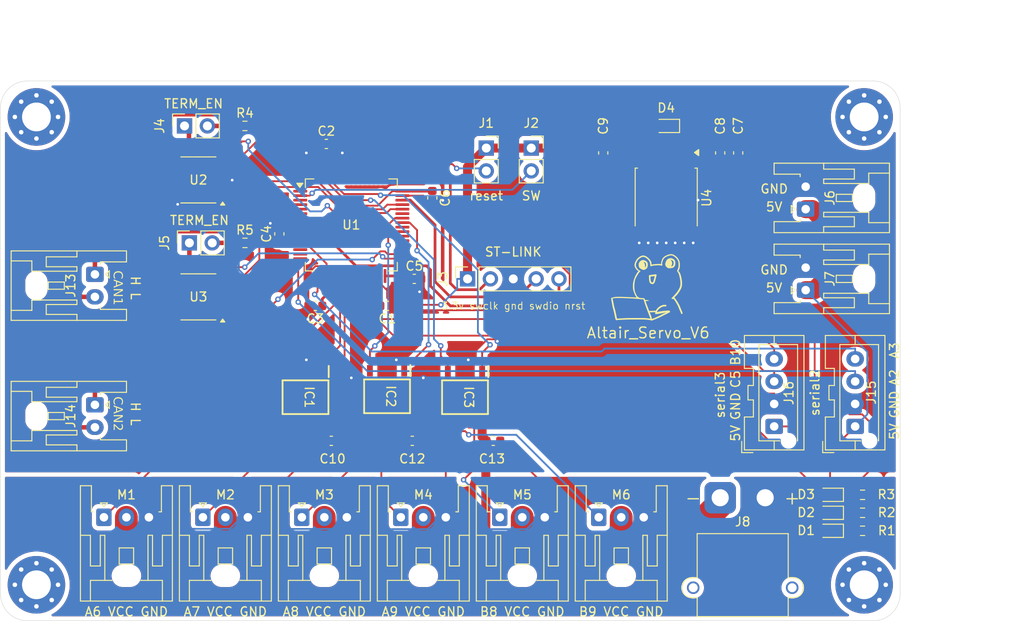
<source format=kicad_pcb>
(kicad_pcb (version 20241229) (generator "pcbnew") (generator_version "9.0")
  (layers (0 "F.Cu" signal) (2 "B.Cu" signal) (13 "F.Paste" user) (15 "B.Paste" user) (5 "F.SilkS" user "F.Silkscreen") (7 "B.SilkS" user "B.Silkscreen") (1 "F.Mask" user) (3 "B.Mask" user) (25 "Edge.Cuts" user))
  (net 0 "")
  (net 1 "Net-(U1-VCAP_1)")
  (net 2 "GND")
  (net 3 "+3.3V")
  (net 4 "+5V")
  (net 5 "Net-(D1-K)")
  (net 6 "LED")
  (net 7 "booto")
  (net 8 "SW")
  (net 9 "SWCLK")
  (net 10 "SWDIO")
  (net 11 "nrst")
  (net 12 "Net-(J4-Pin_2)")
  (net 13 "can1_H")
  (net 14 "Net-(J5-Pin_2)")
  (net 15 "can2_H")
  (net 16 "GND1")
  (net 17 "+8V")
  (net 18 "Net-(D2-K)")
  (net 19 "A6")
  (net 20 "A7")
  (net 21 "Net-(IC1-VO2_(OUTPUT_2))")
  (net 22 "Net-(IC1-VO1_(OUTPUT_1))")
  (net 23 "A9")
  (net 24 "can1_L")
  (net 25 "can2_L")
  (net 26 "serial2_tx")
  (net 27 "serial2_rx")
  (net 28 "serial3_rx")
  (net 29 "serial3_tx")
  (net 30 "Net-(IC2-VO1_(OUTPUT_1))")
  (net 31 "A8")
  (net 32 "Net-(IC2-VO2_(OUTPUT_2))")
  (net 33 "Net-(IC3-VO1_(OUTPUT_1))")
  (net 34 "B9")
  (net 35 "Net-(IC3-VO2_(OUTPUT_2))")
  (net 36 "B8")
  (net 37 "can1_tx")
  (net 48 "can1_rx")
  (net 49 "can2_tx")
  (net 59 "can2_rx")
  (net 62 "Net-(D3-K)")
  (net 63 "B14")
  (net 64 "B15")
  (footprint "Connector_JST:JST_XA_S03B-XASK-1_1x03_P2.50mm_Horizontal" (layer "F.Cu") (at 81.5 88.5)
    (property "Reference" "M1")
    (property "Value" "Motor_Servo")
  )
  (footprint "Capacitor_SMD:C_0603_1608Metric" (layer "F.Cu") (at 101 57 90)
    (property "Reference" "C4")
    (property "Value" "1uF")
  )
  (footprint "Capacitor_SMD:C_0603_1608Metric" (layer "F.Cu") (at 124.775 80)
    (property "Reference" "C13")
    (property "Value" "0.1u")
  )
  (footprint "LED_SMD:LED_0603_1608Metric" (layer "F.Cu") (at 162.2125 86 180)
    (property "Reference" "D3")
    (property "Value" "LED")
  )
  (footprint "Connector_PinSocket_2.54mm:PinSocket_1x02_P2.54mm_Vertical" (layer "F.Cu") (at 129 47.46)
    (property "Reference" "J2")
    (property "Value" "SW")
  )
  (footprint "Package_SO:SOIC-8_3.9x4.9mm_P1.27mm" (layer "F.Cu") (at 92 64 180)
    (property "Reference" "U3")
    (property "Value" "MCP2551-I-SN")
  )
  (footprint "Connector_JST:JST_XA_S02B-XASK-1_1x02_P2.50mm_Horizontal" (layer "F.Cu") (at 159.5 54.25 90)
    (property "Reference" "J6")
    (property "Value" "power" (hide yes))
  )
  (footprint "Resistor_SMD:R_0603_1608Metric" (layer "F.Cu") (at 165.825 86 180)
    (property "Reference" "R3")
    (property "Value" "1k")
  )
  (footprint "Diode_SMD:D_0603_1608Metric" (layer "F.Cu") (at 144 45 180)
    (property "Reference" "D4")
    (property "Value" "D")
  )
  (footprint "Resistor_SMD:R_0603_1608Metric" (layer "F.Cu") (at 165.825 90 180)
    (property "Reference" "R1")
    (property "Value" "1k")
  )
  (footprint "Resistor_SMD:R_0603_1608Metric" (layer "F.Cu") (at 165.825 88 180)
    (property "Reference" "R2")
    (property "Value" "1k")
  )
  (footprint "Capacitor_SMD:C_0603_1608Metric" (layer "F.Cu") (at 118 53 -90)
    (property "Reference" "C6")
    (property "Value" "1uF")
  )
  (footprint "LOGO" (layer "F.Cu") (at 143 63)
    (property "Reference" "G***" (hide yes))
    (property "Value" "LOGO" (hide yes))
  )
  (footprint "Capacitor_SMD:C_0603_1608Metric" (layer "F.Cu") (at 113 65 180)
    (property "Reference" "C1")
    (property "Value" "1uF")
  )
  (footprint "Capacitor_SMD:C_0603_1608Metric" (layer "F.Cu") (at 115.775 80)
    (property "Reference" "C12")
    (property "Value" "0.1u")
  )
  (footprint "Library:TLP2105" (layer "F.Cu") (at 117.4275 74.98 -90)
    (property "Reference" "IC2")
    (property "Value" "TLP2105_F_")
  )
  (footprint "MountingHole:MountingHole_3.2mm_M3_Pad_Via" (layer "F.Cu") (at 74 44)
    (property "Reference" "H2" (hide yes))
    (property "Value" "MountingHole" (hide yes))
  )
  (footprint "Connector_JST:JST_XA_B04B-XASK-1-A_1x04_P2.50mm_Vertical" (layer "F.Cu") (at 165 78.4 90)
    (property "Reference" "J15")
    (property "Value" "serial2")
  )
  (footprint "Capacitor_SMD:C_0603_1608Metric" (layer "F.Cu") (at 152 48 -90)
    (property "Reference" "C7")
    (property "Value" "47u")
  )
  (footprint "Connector_JST:JST_XA_S03B-XASK-1_1x03_P2.50mm_Horizontal" (layer "F.Cu") (at 125.5 88.5)
    (property "Reference" "M5")
    (property "Value" "Motor_Servo")
  )
  (footprint "Connector_PinSocket_2.54mm:PinSocket_1x02_P2.54mm_Vertical" (layer "F.Cu") (at 90.46 45 90)
    (property "Reference" "J4")
    (property "Value" "TERM_EN")
  )
  (footprint "Connector_AMASS:AMASS_XT30PW-M_1x02_P2.50mm_Horizontal" (layer "F.Cu") (at 150 86.325 180)
    (property "Reference" "J8")
    (property "Value" "power")
  )
  (footprint "Capacitor_SMD:C_0603_1608Metric" (layer "F.Cu") (at 105 65 180)
    (property "Reference" "C3")
    (property "Value" "1uF")
  )
  (footprint "Connector_JST:JST_XA_S03B-XASK-1_1x03_P2.50mm_Horizontal" (layer "F.Cu") (at 92.5 88.5)
    (property "Reference" "M2")
    (property "Value" "Motor_Servo")
  )
  (footprint "Connector_JST:JST_XA_B04B-XASK-1-A_1x04_P2.50mm_Vertical" (layer "F.Cu") (at 156 78.4 90)
    (property "Reference" "J16")
    (property "Value" "serial3")
  )
  (footprint "Connector_PinSocket_2.54mm:PinSocket_1x02_P2.54mm_Vertical" (layer "F.Cu") (at 124 47.46)
    (property "Reference" "J1")
    (property "Value" "reset")
  )
  (footprint "Package_TO_SOT_SMD:TO-252-2" (layer "F.Cu") (at 144 53 -90)
    (property "Reference" "U4")
    (property "Value" "LP2950-3.3_TO252")
  )
  (footprint "MountingHole:MountingHole_3.2mm_M3_Pad_Via" (layer "F.Cu") (at 74 96)
    (property "Reference" "H1" (hide yes))
    (property "Value" "MountingHole" (hide yes))
  )
  (footprint "Connector_PinSocket_2.54mm:PinSocket_1x02_P2.54mm_Vertical" (layer "F.Cu") (at 91 58 90)
    (property "Reference" "J5")
    (property "Value" "TERM_EN")
  )
  (footprint "Connector_JST:JST_XA_S03B-XASK-1_1x03_P2.50mm_Horizontal" (layer "F.Cu") (at 114.5 88.5)
    (property "Reference" "M4")
    (property "Value" "Motor_Servo")
  )
  (footprint "Library:TLP2105" (layer "F.Cu") (at 108.36 75.08 -90)
    (property "Reference" "IC1")
    (property "Value" "TLP2105_F_")
  )
  (footprint "MountingHole:MountingHole_3.2mm_M3_Pad_Via" (layer "F.Cu") (at 166 96)
    (property "Reference" "H4" (hide yes))
    (property "Value" "MountingHole" (hide yes))
  )
  (footprint "Package_QFP:LQFP-64_10x10mm_P0.5mm" (layer "F.Cu") (at 109 56)
    (property "Reference" "U1")
    (property "Value" "STM32F446RETx")
  )
  (footprint "Capacitor_SMD:C_0603_1608Metric" (layer "F.Cu") (at 106.225 47)
    (property "Reference" "C2")
    (property "Value" "1uF")
  )
  (footprint "Connector_JST:JST_XA_S02B-XASK-1_1x02_P2.50mm_Horizontal" (layer "F.Cu") (at 80.5 76 -90)
    (property "Reference" "J14")
    (property "Value" "CAN2" (hide yes))
  )
  (footprint "LED_SMD:LED_0603_1608Metric" (layer "F.Cu") (at 162.2125 88 180)
    (property "Reference" "D2")
    (property "Value" "LED")
  )
  (footprint "Capacitor_SMD:C_0603_1608Metric" (layer "F.Cu") (at 150 48 -90)
    (property "Reference" "C8")
    (property "Value" "0.1u")
  )
  (footprint "Connector_JST:JST_XA_S03B-XASK-1_1x03_P2.50mm_Horizontal" (layer "F.Cu") (at 103.5 88.5)
    (property "Reference" "M3")
    (property "Value" "Motor_Servo")
  )
  (footprint "Connector_PinSocket_2.54mm:PinSocket_1x05_P2.54mm_Vertical" (layer "F.Cu") (at 121.92 62 90)
    (property "Reference" "J3")
    (property "Value" "ST-LINK")
  )
  (footprint "Capacitor_SMD:C_0603_1608Metric" (layer "F.Cu") (at 106.775 80)
    (property "Reference" "C10")
    (property "Value" "0.1u")
  )
  (footprint "Connector_JST:JST_XA_S02B-XASK-1_1x02_P2.50mm_Horizontal" (layer "F.Cu") (at 80.5 61.5 -90)
    (property "Reference" "J13")
    (property "Value" "CAN1" (hide yes))
  )
  (footprint "Library:TLP2105" (layer "F.Cu") (at 126.09 75.08 -90)
    (property "Reference" "IC3")
    (property "Value" "TLP2105_F_")
  )
  (footprint "Connector_JST:JST_XA_S03B-XASK-1_1x03_P2.50mm_Horizontal" (layer "F.Cu") (at 136.5 88.5)
    (property "Reference" "M6")
    (property "Value" "Motor_Servo")
  )
  (footprint "Resistor_SMD:R_0603_1608Metric" (layer "F.Cu") (at 97.175 58)
    (property "Reference" "R5")
    (property "Value" "120")
  )
  (footprint "Package_SO:SOIC-8_3.9x4.9mm_P1.27mm" (layer "F.Cu") (at 92 51 180)
    (property "Reference" "U2")
    (property "Value" "MCP2551-I-SN")
  )
  (footprint "LED_SMD:LED_0603_1608Metric" (layer "F.Cu") (at 162.2125 90 180)
    (property "Reference" "D1")
    (property "Value" "LED")
  )
  (footprint "Capacitor_SMD:C_0603_1608Metric" (layer "F.Cu") (at 137 48 -90)
    (property "Reference" "C9")
    (property "Value" "47u")
  )
  (footprint "Connector_JST:JST_XA_S02B-XASK-1_1x02_P2.50mm_Horizontal" (layer "F.Cu") (at 159.5 63.25 90)
    (property "Reference" "J7")
    (property "Value" "power" (hide yes))
  )
  (footprint "Capacitor_SMD:C_0603_1608Metric" (layer "F.Cu") (at 116 62)
    (property "Reference" "C5")
    (property "Value" "1uF")
  )
  (footprint "MountingHole:MountingHole_3.2mm_M3_Pad_Via" (layer "F.Cu") (at 166 44)
    (property "Reference" "H3" (hide yes))
    (property "Value" "MountingHole" (hide yes))
  )
  (footprint "Resistor_SMD:R_0603_1608Metric" (layer "F.Cu") (at 97.175 45)
    (property "Reference" "R4")
    (property "Value" "120")
  )
  (gr_line (start 73 40) (end 167 40) (stroke (width 0.05)) (layer "Edge.Cuts"))
  (gr_arc (start 70 43) (mid 70.87868 40.87868) (end 73 40) (stroke (width 0.05)) (layer "Edge.Cuts"))
  (gr_arc (start 167 40) (mid 169.12132 40.87868) (end 170 43) (stroke (width 0.05)) (layer "Edge.Cuts"))
  (gr_arc (start 170 97) (mid 169.12132 99.12132) (end 167 100) (stroke (width 0.05)) (layer "Edge.Cuts"))
  (gr_arc (start 73 100) (mid 70.87868 99.12132) (end 70 97) (stroke (width 0.05)) (layer "Edge.Cuts"))
  (gr_line (start 170 43) (end 170 97) (stroke (width 0.05)) (layer "Edge.Cuts"))
  (gr_line (start 167 100) (end 73 100) (stroke (width 0.05)) (layer "Edge.Cuts"))
  (gr_line (start 70 97) (end 70 43) (stroke (width 0.05)) (layer "Edge.Cuts"))
  (gr_text "5V" (at 156 54 0) (layer "F.SilkS") (effects (font (size 1 1))))
  (gr_text "GND" (at 169.356733 75.962407 90) (layer "F.SilkS") (effects (font (size 1 1))))
  (gr_text "H L" (at 85 77 270) (layer "F.SilkS") (effects (font (size 1 1))))
  (gr_text "C5" (at 151.703765 73.154375 90) (layer "F.SilkS") (effects (font (size 1 1))))
  (gr_text "Altair_Servo_V6" (at 142 68 0) (layer "F.SilkS") (effects (font (size 1.2 1.2))))
  (gr_text "A2" (at 169.356733 72.962407 90) (layer "F.SilkS") (effects (font (size 1 1))))
  (gr_text "A7 VCC GND" (at 95 99 0) (layer "F.SilkS") (effects (font (size 1 1))))
  (gr_text "GND" (at 156 52 0) (layer "F.SilkS") (effects (font (size 1 1))))
  (gr_text "5V" (at 155.99 63 0) (layer "F.SilkS") (effects (font (size 1 1))))
  (gr_text "GND" (at 151.703765 76.154375 90) (layer "F.SilkS") (effects (font (size 1 1))))
  (gr_text "GND" (at 155.99 61 0) (layer "F.SilkS") (effects (font (size 1 1))))
  (gr_text "CAN2" (at 83 77 270) (layer "F.SilkS") (effects (font (size 1 1) (thickness 0.1))))
  (gr_text "B8 VCC GND" (at 128 99 0) (layer "F.SilkS") (effects (font (size 1 1))))
  (gr_text "CAN1" (at 83 63 270) (layer "F.SilkS") (effects (font (size 1 1) (thickness 0.1))))
  (gr_text "H L" (at 85 63 270) (layer "F.SilkS") (effects (font (size 1 1))))
  (gr_text "A8 VCC GND" (at 106 99 0) (layer "F.SilkS") (effects (font (size 1 1))))
  (gr_text "A9 VCC GND" (at 117 99 0) (layer "F.SilkS") (effects (font (size 1 1))))
  (gr_text "A3" (at 169.356733 69.962407 90) (layer "F.SilkS") (effects (font (size 1 1))))
  (gr_text "3.3v swclk gnd swdio nrst" (at 127 65 0) (layer "F.SilkS") (effects (font (size 0.8 0.8) (thickness 0.1))))
  (gr_text "B10" (at 151.703765 70.154375 90) (layer "F.SilkS") (effects (font (size 1 1))))
  (gr_text "5V" (at 169.356733 78.962407 90) (layer "F.SilkS") (effects (font (size 1 1))))
  (gr_text "B9 VCC GND" (at 139 99 0) (layer "F.SilkS") (effects (font (size 1 1))))
  (gr_text "5V" (at 151.703765 79.154375 90) (layer "F.SilkS") (effects (font (size 1 1))))
  (gr_text "A6 VCC GND" (at 84 99 0) (layer "F.SilkS") (effects (font (size 1 1))))
  (segment (start 111.75 62.75) (end 112.225 63.225) (width 0.3) (layer "F.Cu") (net 1))
  (segment (start 112.225 63.225) (end 112.225 65) (width 0.3) (layer "F.Cu") (net 1))
  (segment (start 111.75 61.675) (end 111.75 62.75) (width 0.3) (layer "F.Cu") (net 1))
  (segment (start 118.5026 53.2724) (end 118 53.775) (width 0.2) (layer "F.Cu") (net 2))
  (segment (start 105.0178 60.5829) (end 104.225 61.3757) (width 0.2) (layer "F.Cu") (net 2))
  (segment (start 124.1138 68.7149) (end 122 70.8287) (width 0.2) (layer "F.Cu") (net 2))
  (segment (start 112.3375 71.2749) (end 113.6075 71.2749) (width 0.2) (layer "F.Cu") (net 2))
  (segment (start 131.2261 65.4839) (end 133.2687 63.4413) (width 0.2) (layer "F.Cu") (net 2))
  (segment (start 156 75.9) (end 156 74.7499) (width 0.2) (layer "F.Cu") (net 2))
  (segment (start 114 71) (end 113.7251 71.2749) (width 0.2) (layer "F.Cu") (net 2))
  (segment (start 113.6075 72.2) (end 113.6075 71.2749) (width 0.2) (layer "F.Cu") (net 2))
  (segment (start 153.3251 73.2251) (end 122.27 73.2251) (width 0.2) (layer "F.Cu") (net 2))
  (segment (start 156 74.7499) (end 154.8499 74.7499) (width 0.2) (layer "F.Cu") (net 2))
  (segment (start 121 72.3) (end 121 71.3749) (width 0.2) (layer "F.Cu") (net 2))
  (segment (start 93.1992 66.313) (end 93.1992 65.905) (width 0.2) (layer "F.Cu") (net 2))
  (segment (start 150 48.775) (end 152 48.775) (width 0.2) (layer "F.Cu") (net 2))
  (segment (start 105.75 49.516176) (end 107.266176 48) (width 0.2) (layer "F.Cu") (net 2))
  (segment (start 95.1453 51.635) (end 95.758 51.0223) (width 0.2) (layer "F.Cu") (net 2))
  (segment (start 104.1709 66.4972) (end 104.1104 66.5577) (width 0.2) (layer "F.Cu") (net 2))
  (segment (start 122.27 73.125) (end 122.27 73.2251) (width 0.2) (layer "F.Cu") (net 2))
  (segment (start 93.1992 65.5265) (end 94.0907 64.635) (width 0.2) (layer "F.Cu") (net 2))
  (segment (start 131.8209 57.1791) (end 134.74 54.26) (width 0.2) (layer "F.Cu") (net 2))
  (segment (start 103.27 72.3) (end 103.27 71.3749) (width 0.2) (layer "F.Cu") (net 2))
  (segment (start 104.225 65) (end 104.225 66.4431) (width 0.2) (layer "F.Cu") (net 2))
  (segment (start 101 56.2376) (end 101 56.225) (width 0.2) (layer "F.Cu") (net 2))
  (segment (start 122.27 72.3) (end 122.27 73.125) (width 0.2) (layer "F.Cu") (net 2))
  (segment (start 105.5407 60.5829) (end 105.0178 60.5829) (width 0.2) (layer "F.Cu") (net 2))
  (segment (start 93.4439 66.5577) (end 93.1992 66.313) (width 0.2) (layer "F.Cu") (net 2))
  (segment (start 94.0907 64.635) (end 94.475 64.635) (width 0.2) (layer "F.Cu") (net 2))
  (segment (start 113.775 65) (end 114.2589 65.4839) (width 0.2) (layer "F.Cu") (net 2))
  (segment (start 104 71) (end 104 71.3749) (width 0.2) (layer "F.Cu") (net 2))
  (segment (start 109.1251 73.1251) (end 113.6075 73.1251) (width 0.2) (layer "F.Cu") (net 2))
  (segment (start 154.8499 74.7499) (end 153.3251 73.2251) (width 0.2) (layer "F.Cu") (net 2))
  (segment (start 105.75 60.7922) (end 105.5407 60.5829) (width 0.2) (layer "F.Cu") (net 2))
  (segment (start 102.5124 57.75) (end 101 56.2376) (width 0.2) (layer "F.Cu") (net 2))
  (segment (start 166.175 75.9) (end 165 75.9) (width 0.2) (layer "F.Cu") (net 2))
  (segment (start 109 73) (end 109.1251 73.1251) (width 0.2) (layer "F.Cu") (net 2))
  (segment (start 166.65 86) (end 168.176 84.4738) (width 0.2) (layer "F.Cu") (net 2))
  (segment (start 128.95 60.05) (end 127 62) (width 0.2) (layer "F.Cu") (net 2))
  (segment (start 116.975 52.75) (end 118 53.775) (width 0.2) (layer "F.Cu") (net 2))
  (segment (start 104.225 66.4431) (end 104.1709 66.4972) (width 0.2) (layer "F.Cu") (net 2))
  (segment (start 131.8209 60.05) (end 131.8209 57.1791) (width 0.2) (layer "F.Cu") (net 2))
  (segment (start 103.27 71.3749) (end 104 71.3749) (width 0.2) (layer "F.Cu") (net 2))
  (segment (start 114.2589 65.4839) (end 131.2261 65.4839) (width 0.2) (layer "F.Cu") (net 2))
  (segment (start 158.25 51.75) (end 154.975 51.75) (width 0.2) (layer "F.Cu") (net 2))
  (segment (start 105.75 50.325) (end 105.75 50.25) (width 0.2) (layer "F.Cu") (net 2))
  (segment (start 122.27 72.3) (end 122.27 71.3749) (width 0.2) (layer "F.Cu") (net 2))
  (segment (start 105.75 61.675) (end 105.75 60.7922) (width 0.2) (layer "F.Cu") (net 2))
  (segment (start 100.5987 55.8237) (end 101 56.225) (width 0.2) (layer "F.Cu") (net 2))
  (segment (start 89.525 52.905) (end 89.525 53.538) (width 0.2) (layer "F.Cu") (net 2))
  (segment (start 104.54 72.3) (end 104.54 71.3749) (width 0.2) (layer "F.Cu") (net 2))
  (segment (start 133.2687 63.4413) (end 133.2687 61.4978) (width 0.2) (layer "F.Cu") (net 2))
  (segment (start 122.27 71.27) (end 122.27 71.3749) (width 0.2) (layer "F.Cu") (net 2))
  (segment (start 104.1104 66.5577) (end 93.4439 66.5577) (width 0.2) (layer "F.Cu") (net 2))
  (segment (start 113.6075 72.2) (end 113.6075 73.1251) (width 0.2) (layer "F.Cu") (net 2))
  (segment (start 119.163 53.2724) (end 118.5026 53.2724) (width 0.2) (layer "F.Cu") (net 2))
  (segment (start 154.975 51.75) (end 152 48.775) (width 0.2) (layer "F.Cu") (net 2))
  (segment (start 113.7251 71.2749) (end 113.6075 71.2749) (width 0.2) (layer "F.Cu") (net 2))
  (segment (start 133.2687 61.4978) (end 131.8209 60.05) (width 0.2) (layer "F.Cu") (net 2))
  (segment (start 105.75 50.25) (end 105.799 50.201) (width 0.2) (layer "F.Cu") (net 2))
  (segment (start 94.475 51.635) (end 95.1453 51.635) (width 0.2) (layer "F.Cu") (net 2))
  (segment (start 159.5 60.75) (end 157.75 60.75) (width 2) (layer "F.Cu") (net 2))
  (segment (start 105.75 50.325) (end 105.75 49.516176) (width 0.2) (layer "F.Cu") (net 2))
  (segment (start 103.325 57.75) (end 102.5124 57.75) (width 0.2) (layer "F.Cu") (net 2))
  (segment (start 122.27 73.2251) (end 117.2251 73.2251) (width 0.2) (layer "F.Cu") (net 2))
  (segment (start 112.25 62.547) (end 113.775 64.072) (width 0.2) (layer "F.Cu") (net 2))
  (segment (start 116.8749 73.1251) (end 113.6075 73.1251) (width 0.2) (layer "F.Cu") (net 2))
  (segment (start 156 59) (end 156 54) (width 2) (layer "F.Cu") (net 2))
  (segment (start 137 54.26) (end 144 54.26) (width 0.2) (layer "F.Cu") (net 2))
  (segment (start 125.2351 68.9336) (end 125.0164 68.7149) (width 0.2) (layer "F.Cu") (net 2))
  (segment (start 131.8209 60.05) (end 128.95 60.05) (width 0.2) (layer "F.Cu") (net 2))
  (segment (start 104.225 61.3757) (end 104.225 65) (width 0.2) (layer "F.Cu") (net 2))
  (segment (start 166.65 90) (end 166.65 88) (width 0.2) (layer "F.Cu") (net 2))
  (segment (start 99.9972 55.8237) (end 100.5987 55.8237) (width 0.2) (layer "F.Cu") (net 2))
  (segment (start 168.176 84.4738) (end 168.176 77.9012) (width 0.2) (layer "F.Cu") (net 2))
  (segment (start 117.2251 73.2251) (end 117 73) (width 0.2) (layer "F.Cu") (net 2))
  (segment (start 122 70.8287) (end 122 71) (width 0.2) (layer "F.Cu") (net 2))
  (segment (start 93.1992 65.905) (end 93.1992 65.5265) (width 0.2) (layer "F.Cu") (net 2))
  (segment (start 104 71.3749) (end 104.54 71.3749) (width 0.2) (layer "F.Cu") (net 2))
  (segment (start 89.525 53.538) (end 89.699 53.712) (width 0.2) (layer "F.Cu") (net 2))
  (segment (start 112.3375 72.2) (end 112.3375 71.2749) (width 0.2) (layer "F.Cu") (net 2))
  (segment (start 134.74 54.26) (end 137 54.26) (width 0.2) (layer "F.Cu") (net 2))
  (segment (start 125.0164 68.7149) (end 124.1138 68.7149) (width 0.2) (layer "F.Cu") (net 2))
  (segment (start 114.675 52.75) (end 116.975 52.75) (width 0.2) (layer "F.Cu") (net 2))
  (segment (start 145.0181 53.2419) (end 144 54.26) (width 0.2) (layer "F.Cu") (net 2))
  (segment (start 158.25 51.75) (end 159.5 51.75) (width 2) (layer "F.Cu") (net 2))
  (segment (start 168.176 77.9012) (end 166.175 75.9) (width 0.2) (layer "F.Cu") (net 2))
  (segment (start 166.65 88) (end 166.65 86) (width 0.2) (layer "F.Cu") (net 2))
  (segment (start 157.75 60.75) (end 156 59) (width 2) (layer "F.Cu") (net 2))
  (segment (start 122 71) (end 122.27 71.27) (width 0.2) (layer "F.Cu") (net 2))
  (segment (start 107.266176 48) (end 108 48) (width 0.2) (layer "F.Cu") (net 2))
  (segment (start 112.25 61.675) (end 112.25 62.547) (width 0.2) (layer "F.Cu") (net 2))
  (segment (start 147.5355 53.2419) (end 145.0181 53.2419) (width 0.2) (layer "F.Cu") (net 2))
  (segment (start 156 54) (end 158.25 51.75) (width 2) (layer "F.Cu") (net 2))
  (segment (start 113.775 64.072) (end 113.775 65) (width 0.2) (layer "F.Cu") (net 2))
  (segment (start 137 54.26) (end 137 48.775) (width 0.2) (layer "F.Cu") (net 2))
  (segment (start 121 71.3749) (end 122.27 71.3749) (width 0.2) (layer "F.Cu") (net 2))
  (segment (start 117 73) (end 116.8749 73.1251) (width 0.2) (layer "F.Cu") (net 2))
  (segment (start 93.1992 65.905) (end 89.525 65.905) (width 0.2) (layer "F.Cu") (net 2))
  (via (at 116.583165 63.432349) (size 0.6) (drill 0.3) (layers "F.Cu" "B.Cu") (net 2))
  (via (at 141 58) (size 0.6) (drill 0.3) (layers "F.Cu" "B.Cu") (net 2))
  (via (at 89.699 53.712) (size 0.6) (drill 0.3) (layers "F.Cu" "B.Cu") (net 2))
  (via (at 104.1709 66.4972) (size 0.6) (drill 0.3) (layers "F.Cu" "B.Cu") (net 2))
  (via (at 114 71) (size 0.6) (drill 0.3) (layers "F.Cu" "B.Cu") (net 2))
  (via (at 104 48) (size 0.6) (drill 0.3) (layers "F.Cu" "B.Cu") (net 2))
  (via (at 125.2351 68.9336) (size 0.6) (drill 0.3) (layers "F.Cu" "B.Cu") (net 2))
  (via (at 99.9972 55.8237) (size 0.6) (drill 0.3) (layers "F.Cu" "B.Cu") (net 2))
  (via (at 109 73) (size 0.6) (drill 0.3) (layers "F.Cu" "B.Cu") (net 2))
  (via (at 145 58) (size 0.6) (drill 0.3) (layers "F.Cu" "B.Cu") (net 2))
  (via (at 108 48) (size 0.6) (drill 0.3) (layers "F.Cu" "B.Cu") (net 2))
  (via (at 146 58) (size 0.6) (drill 0.3) (layers "F.Cu" "B.Cu") (net 2))
  (via (at 147 58) (size 0.6) (drill 0.3) (layers "F.Cu" "B.Cu") (net 2))
  (via (at 104 71) (size 0.6) (drill 0.3) (layers "F.Cu" "B.Cu") (net 2))
  (via (at 117 73) (size 0.6) (drill 0.3) (layers "F.Cu" "B.Cu") (net 2))
  (via (at 122 71) (size 0.6) (drill 0.3) (layers "F.Cu" "B.Cu") (net 2))
  (via (at 147.5355 53.2419) (size 0.6) (drill 0.3) (layers "F.Cu" "B.Cu") (net 2))
  (via (at 119.163 53.2724) (size 0.6) (drill 0.3) (layers "F.Cu" "B.Cu") (net 2))
  (via (at 143 58) (size 0.6) (drill 0.3) (layers "F.Cu" "B.Cu") (net 2))
  (via (at 95.758 51.0223) (size 0.6) (drill 0.3) (layers "F.Cu" "B.Cu") (net 2))
  (via (at 142 58) (size 0.6) (drill 0.3) (layers "F.Cu" "B.Cu") (net 2))
  (via (at 144 58) (size 0.6) (drill 0.3) (layers "F.Cu" "B.Cu") (net 2))
  (segment (start 96.4968 60.9713) (end 96.4968 59.0329) (width 0.2) (layer "B.Cu") (net 2))
  (segment (start 109 73) (end 106.1709 73) (width 0.2) (layer "B.Cu") (net 2))
  (segment (start 92.1221 54.6582) (end 95.758 51.0223) (width 0.2) (layer "B.Cu") (net 2))
  (segment (start 119.163 53.2724) (end 119.163 54.4621) (width 0.2) (layer "B.Cu") (net 2))
  (segment (start 165 75.9) (end 156 75.9) (width 0.2) (layer "B.Cu") (net 2))
  (segment (start 159.5 51.75) (end 149.0274 51.75) (width 0.2) (layer "B.Cu") (net 2))
  (segment (start 104.1709 71) (end 104.1709 66.4972) (width 0.2) (layer "B.Cu") (net 2))
  (segment (start 91.1759 53.712) (end 92.1221 54.6582) (width 0.2) (layer "B.Cu") (net 2))
  (segment (start 89.699 53.712) (end 91.1759 53.712) (width 0.2) (layer "B.Cu") (net 2))
  (segment (start 96.788 59.0329) (end 96.4968 59.0329) (width 0.2) (layer "B.Cu") (net 2))
  (segment (start 126.7009 67.4678) (end 125.2351 68.9336) (width 0.2) (layer "B.Cu") (net 2))
  (segment (start 119.163 54.4621) (end 126.7009 62) (width 0.2) (layer "B.Cu") (net 2))
  (segment (start 127 62) (end 126.7009 62) (width 0.2) (layer "B.Cu") (net 2))
  (segment (start 104.1709 66.4972) (end 102.0227 66.4972) (width 0.2) (layer "B.Cu") (net 2))
  (segment (start 106.1709 73) (end 104.1709 71) (width 0.2) (layer "B.Cu") (net 2))
  (segment (start 149.0274 51.75) (end 147.5355 53.2419) (width 0.2) (layer "B.Cu") (net 2))
  (segment (start 104.1709 71) (end 104 71) (width 0.2) (layer "B.Cu") (net 2))
  (segment (start 96.4968 59.0329) (end 92.1221 54.6582) (width 0.2) (layer "B.Cu") (net 2))
  (segment (start 126.7009 62) (end 126.7009 67.4678) (width 0.2) (layer "B.Cu") (net 2))
  (segment (start 99.9972 55.8237) (end 96.788 59.0329) (width 0.2) (layer "B.Cu") (net 2))
  (segment (start 102.0227 66.4972) (end 96.4968 60.9713) (width 0.2) (layer "B.Cu") (net 2))
  (segment (start 165.453 90.8076) (end 160.938 90.8076) (width 0.2) (layer "F.Cu") (net 3))
  (segment (start 160.5 73.1801) (end 164.37 77.0502) (width 0.2) (layer "F.Cu") (net 3))
  (segment (start 165.825 84.1002) (end 165.825 90.4354) (width 0.2) (layer "F.Cu") (net 3))
  (segment (start 106.25 60.311) (end 106.25 61.675) (width 0.2) (layer "F.Cu") (net 3))
  (segment (start 164.37 77.0502) (end 165.773 77.0502) (width 0.2) (layer "F.Cu") (net 3))
  (segment (start 103.325 58.25) (end 104.189 58.25) (width 0.2) (layer "F.Cu") (net 3))
  (segment (start 167.157 82.2185) (end 167.157 82.7685) (width 0.2) (layer "F.Cu") (net 3))
  (segment (start 119.9559 46) (end 106.45 46) (width 0.2) (layer "F.Cu") (net 3))
  (segment (start 129 47.46) (end 137 47.46) (width 1) (layer "F.Cu") (net 3))
  (segment (start 94.5159 54.5841) (end 97.8091 54.5841) (width 0.2) (layer "F.Cu") (net 3))
  (segment (start 105.775 64.225) (end 105.775 65) (width 0.3) (layer "F.Cu") (net 3))
  (segment (start 160.662 88.7635) (end 161.425 88) (width 0.2) (layer "F.Cu") (net 3))
  (segment (start 112.75 61.675) (end 114.9 61.675) (width 0.3) (layer "F.Cu") (net 3))
  (segment (start 165.773 77.0502) (end 167.775 79.0524) (width 0.2) (layer "F.Cu") (net 3))
  (segment (start 101.475 58.25) (end 101 57.775) (width 0.3) (layer "F.Cu") (net 3))
  (segment (start 143.212 45) (end 143.212 45.3666) (width 1) (layer "F.Cu") (net 3))
  (segment (start 95.5164 52.27) (end 93.4741 52.27) (width 0.2) (layer "F.Cu") (net 3))
  (segment (start 137 47.225) (end 137 47.46) (width 0.2) (layer "F.Cu") (net 3))
  (segment (start 105.25 50.325) (end 105.25 51.1445) (width 0.2) (layer "F.Cu") (net 3))
  (segment (start 148.27 53.109) (end 149.525 54.364) (width 0.2) (layer "F.Cu") (net 3))
  (segment (start 106.25 63.75) (end 105.775 64.225) (width 0.3) (layer "F.Cu") (net 3))
  (segment (start 143.212 46.4675) (end 142.794 46.8859) (width 1) (layer "F.Cu") (net 3))
  (segment (start 167.775 81.6) (end 167.157 82.2185) (width 0.2) (layer "F.Cu") (net 3))
  (segment (start 149.525 54.364) (end 149.525 56.8004) (width 0.2) (layer "F.Cu") (net 3))
  (segment (start 122.708 48.7521) (end 124 47.46) (width 1) (layer "F.Cu") (net 3))
  (segment (start 118.956 64.8798) (end 115.8798 64.8798) (width 0.2) (layer "F.Cu") (net 3))
  (segment (start 105.25 51.1445) (end 107.966 53.8601) (width 0.2) (layer "F.Cu") (net 3))
  (segment (start 106.25 61.675) (end 106.25 63.75) (width 0.3) (layer "F.Cu") (net 3))
  (segment (start 97.8091 54.5841) (end 101 57.775) (width 0.2) (layer "F.Cu") (net 3))
  (segment (start 114.9 61.675) (end 115.225 62) (width 0.3) (layer "F.Cu") (net 3))
  (segment (start 167.775 79.0524) (end 167.775 81.6) (width 0.2) (layer "F.Cu") (net 3))
  (segment (start 93.4741 52.27) (end 93.1888 52.5553) (width 0.2) (layer "F.Cu") (net 3))
  (segment (start 96.6419 51.1445) (end 95.5164 52.27) (width 0.2) (layer "F.Cu") (net 3))
  (segment (start 143.212 45.3666) (end 143.212 45.7332) (width 1) (layer "F.Cu") (net 3))
  (segment (start 160.662 90.5313) (end 160.662 88.7635) (width 0.2) (layer "F.Cu") (net 3))
  (segment (start 143.212 45.7337) (end 143.212 45.7332) (width 0.2) (layer "F.Cu") (net 3))
  (segment (start 143.212 45.7337) (end 143.212 46.4675) (width 1) (layer "F.Cu") (net 3))
  (segment (start 143.212 45.7332) (end 143.212 45.3666) (width 0.2) (layer "F.Cu") (net 3))
  (segment (start 113.548 52.25) (end 114.675 52.25) (width 0.2) (layer "F.Cu") (net 3))
  (segment (start 146.169 50.05) (end 148.27 52.151) (width 0.2) (layer "F.Cu") (net 3))
  (segment (start 145.958 50.05) (end 146.169 50.05) (width 0.2) (layer "F.Cu") (net 3))
  (segment (start 106.45 46) (end 105.45 47) (width 0.2) (layer "F.Cu") (net 3))
  (segment (start 165.825 90.4354) (end 165.453 90.8076) (width 0.2) (layer "F.Cu") (net 3))
  (segment (start 111.938 53.8601) (end 113.548 52.25) (width 0.2) (layer "F.Cu") (net 3))
  (segment (start 114.675 52.25) (end 117.975 52.25) (width 0.3) (layer "F.Cu") (net 3))
  (segment (start 115.225 64.225) (end 115.225 62) (width 0.2) (layer "F.Cu") (net 3))
  (segment (start 105.25 47.2) (end 105.45 47) (width 0.2) (layer "F.Cu") (net 3))
  (segment (start 103.325 58.25) (end 101.475 58.25) (width 0.3) (layer "F.Cu") (net 3))
  (segment (start 141.22 47.46) (end 141.72 47.96) (width 1) (layer "F.Cu") (net 3))
  (segment (start 117.975 52.25) (end 118 52.225) (width 0.3) (layer "F.Cu") (net 3))
  (segment (start 104.189 58.25) (end 106.25 60.311) (width 0.2) (layer "F.Cu") (net 3))
  (segment (start 105.25 51.1445) (end 96.6419 51.1445) (width 0.2) (layer "F.Cu") (net 3))
  (segment (start 143.2125 45.3661) (end 143.2125 45) (width 0.2) (layer "F.Cu") (net 3))
  (segment (start 124 47.46) (end 129 47.46) (width 1) (layer "F.Cu") (net 3))
  (segment (start 93.1888 53.257) (end 94.5159 54.5841) (width 0.2) (layer "F.Cu") (net 3))
  (segment (start 143.212 45.3666) (end 143.212 45) (width 0.2) (layer "F.Cu") (net 3))
  (segment (start 142.794 46.8859) (end 145.958 50.05) (width 0.2) (layer "F.Cu") (net 3))
  (segment (start 93.1888 52.5553) (end 93.1888 53.257) (width 0.2) (layer "F.Cu") (net 3))
  (segment (start 142.794 46.8859) (end 141.72 47.96) (width 1) (layer "F.Cu") (net 3))
  (segment (start 149.525 56.8004) (end 160.5 67.775) (width 0.2) (layer "F.Cu") (net 3))
  (segment (start 107.966 53.8601) (end 111.938 53.8601) (width 0.2) (layer "F.Cu") (net 3))
  (segment (start 167.157 82.7685) (end 165.825 84.1002) (width 0.2) (layer "F.Cu") (net 3))
  (segment (start 160.5 67.775) (end 160.5 73.1801) (width 0.2) (layer "F.Cu") (net 3))
  (segment (start 143.212 45.3666) (end 143.2125 45.3661) (width 0.2) (layer "F.Cu") (net 3))
  (segment (start 121.92 49.54) (end 122.708 48.7521) (width 1) (layer "F.Cu") (net 3))
  (segment (start 160.938 90.8076) (end 160.662 90.5313) (width 0.2) (layer "F.Cu") (net 3))
  (segment (start 121.92 62) (end 121.92 49.54) (width 1) (layer "F.Cu") (net 3))
  (segment (start 143.212 45.7332) (end 143.212 45.7337) (width 1) (layer "F.Cu") (net 3))
  (segment (start 148.27 52.151) (end 148.27 53.109) (width 0.2) (layer "F.Cu") (net 3))
  (segment (start 115.8798 64.8798) (end 115.225 64.225) (width 0.2) (layer "F.Cu") (net 3))
  (segment (start 122.708 48.7521) (end 119.9559 46) (width 0.2) (layer "F.Cu") (net 3))
  (segment (start 137 47.46) (end 141.22 47.46) (width 1) (layer "F.Cu") (net 3))
  (segment (start 105.25 50.325) (end 105.25 47.2) (width 0.2) (layer "F.Cu") (net 3))
  (via (at 118.956 64.8798) (size 0.6) (drill 0.3) (layers "F.Cu" "B.Cu") (net 3))
  (segment (start 121.92 62) (end 120.77 62) (width 0.2) (layer "B.Cu") (net 3))
  (segment (start 120.77 63.0664) (end 118.956 64.8798) (width 0.2) (layer "B.Cu") (net 3))
  (segment (start 120.77 62) (end 120.77 63.0664) (width 0.2) (layer "B.Cu") (net 3))
  (segment (start 94.8285 50.365) (end 94.475 50.365) (width 0.2) (layer "F.Cu") (net 4))
  (segment (start 162 56) (end 162 51.1373) (width 2) (layer "F.Cu") (net 4))
  (segment (start 144.788 45) (end 143.975 44.1877) (width 0.2) (layer "F.Cu") (net 4))
  (segment (start 145.85 46.062) (end 144.788 45) (width 0.2) (layer "F.Cu") (net 4))
  (segment (start 152.101 47.124) (end 152 47.225) (width 0.2) (layer "F.Cu") (net 4))
  (segment (start 145.85 46.062) (end 145.8495 46.062) (width 0.2) (layer "F.Cu") (net 4))
  (segment (start 101.006 44.1877) (end 94.8285 50.365) (width 0.2) (layer "F.Cu") (net 4))
  (segment (start 94.2757 54.9843) (end 92.7787 53.4873) (width 0.2) (layer "F.Cu") (net 4))
  (segment (start 94.0762 50.365) (end 94.475 50.365) (width 0.2) (layer "F.Cu") (net 4))
  (segment (start 143.975 44.1877) (end 101.006 44.1877) (width 0.2) (layer "F.Cu") (net 4))
  (segment (start 152.101 47.124) (end 150.101 47.124) (width 2) (layer "F.Cu") (net 4))
  (segment (start 162.212 89.2125) (end 162.212 81.1875) (width 0.2) (layer "F.Cu") (net 4))
  (segment (start 98.777 59.9243) (end 98.777 57.5319) (width 0.2) (layer "F.Cu") (net 4))
  (segment (start 96.2294 54.9843) (end 94.2757 54.9843) (width 0.2) (layer "F.Cu") (net 4))
  (segment (start 162 56) (end 162 57) (width 2) (layer "F.Cu") (net 4))
  (segment (start 150.101 47.124) (end 147.116 47.124) (width 2) (layer "F.Cu") (net 4))
  (segment (start 147.116 47.124) (end 146.912 47.124) (width 0.2) (layer "F.Cu") (net 4))
  (segment (start 162 61.725) (end 160.475 63.25) (width 2) (layer "F.Cu") (net 4))
  (segment (start 162.212 81.1875) (end 159.425 78.4) (width 0.2) (layer "F.Cu") (net 4))
  (segment (start 162 57) (end 162 61.725) (width 2) (layer "F.Cu") (net 4))
  (segment (start 150.101 47.124) (end 150 47.225) (width 0.2) (layer "F.Cu") (net 4))
  (segment (start 162 57) (end 162 56) (width 2) (layer "F.Cu") (net 4))
  (segment (start 145.8495 46.062) (end 144.7875 45) (width 0.2) (layer "F.Cu") (net 4))
  (segment (start 157.987 47.124) (end 152.101 47.124) (width 2) (layer "F.Cu") (net 4))
  (segment (start 160.25 54.25) (end 162 56) (width 2) (layer "F.Cu") (net 4))
  (segment (start 159.5 54.25) (end 160.25 54.25) (width 2) (layer "F.Cu") (net 4))
  (segment (start 161.425 90) (end 162.212 89.2125) (width 0.2) (layer "F.Cu") (net 4))
  (segment (start 95.3363 63.365) (end 98.777 59.9243) (width 0.2) (layer "F.Cu") (net 4))
  (segment (start 146.912 47.124) (end 145.85 46.062) (width 0.2) (layer "F.Cu") (net 4))
  (segment (start 147.116 47.124) (end 146.28 47.96) (width 2) (layer "F.Cu") (net 4))
  (segment (start 92.7787 53.4873) (end 92.7787 51.6625) (width 0.2) (layer "F.Cu") (net 4))
  (segment (start 94.475 63.365) (end 95.3363 63.365) (width 0.2) (layer "F.Cu") (net 4))
  (segment (start 159.425 78.4) (end 156 78.4) (width 0.2) (layer "F.Cu") (net 4))
  (segment (start 160.475 63.25) (end 159.5 63.25) (width 2) (layer "F.Cu") (net 4))
  (segment (start 162 51.1373) (end 157.987 47.124) (width 2) (layer "F.Cu") (net 4))
  (segment (start 98.777 57.5319) (end 96.2294 54.9843) (width 0.2) (layer "F.Cu") (net 4))
  (segment (start 162.212 81.1875) (end 165 78.4) (width 0.2) (layer "F.Cu") (net 4))
  (segment (start 92.7787 51.6625) (end 94.0762 50.365) (width 0.2) (layer "F.Cu") (net 4))
  (segment (start 166.35 70.0998) (end 166.35 77.0502) (width 0.2) (layer "B.Cu") (net 4))
  (segment (start 166.35 77.0502) (end 165 78.4) (width 0.2) (layer "B.Cu") (net 4))
  (segment (start 159.5 63.25) (end 166.35 70.0998) (width 0.2) (layer "B.Cu") (net 4))
  (segment (start 165 90) (end 163 90) (width 0.2) (layer "F.Cu") (net 5))
  (segment (start 101.375 70.6239) (end 101.375 73.0601) (width 0.2) (layer "F.Cu") (net 6))
  (segment (start 103.081 74.7665) (end 150.192 74.7665) (width 0.2) (layer "F.Cu") (net 6))
  (segment (start 150.192 74.7665) (end 161.425 86) (width 0.2) (layer "F.Cu") (net 6))
  (segment (start 101.375 73.0601) (end 103.081 74.7665) (width 0.2) (layer "F.Cu") (net 6))
  (segment (start 107.25 64.7487) (end 101.375 70.6239) (width 0.2) (layer "F.Cu") (net 6))
  (segment (start 107.25 61.675) (end 107.25 64.7487) (width 0.2) (layer "F.Cu") (net 6))
  (segment (start 107.25 49.4992) (end 107.5 49.2495) (width 0.2) (layer "F.Cu") (net 7))
  (segment (start 120.241 49.2495) (end 120.71 49.7189) (width 0.2) (layer "F.Cu") (net 7))
  (segment (start 107.5 49.2495) (end 120.241 49.2495) (width 0.2) (layer "F.Cu") (net 7))
  (segment (start 107.25 50.325) (end 107.25 49.4992) (width 0.2) (layer "F.Cu") (net 7))
  (via (at 120.71 49.7189) (size 0.6) (drill 0.3) (layers "F.Cu" "B.Cu") (net 7))
  (segment (start 120.71 49.7189) (end 123.719 49.7189) (width 0.2) (layer "B.Cu") (net 7))
  (segment (start 123.719 49.7189) (end 124 50) (width 0.2) (layer "B.Cu") (net 7))
  (segment (start 104.372 52.75) (end 104.641 52.4807) (width 0.2) (layer "F.Cu") (net 8))
  (segment (start 103.325 52.75) (end 104.372 52.75) (width 0.2) (layer "F.Cu") (net 8))
  (via (at 104.641 52.4807) (size 0.6) (drill 0.3) (layers "F.Cu" "B.Cu") (net 8))
  (segment (start 129 50) (end 126.897 52.1034) (width 0.2) (layer "B.Cu") (net 8))
  (segment (start 126.897 52.1034) (end 105.019 52.1034) (width 0.2) (layer "B.Cu") (net 8))
  (segment (start 105.019 52.1034) (end 104.641 52.4807) (width 0.2) (layer "B.Cu") (net 8))
  (segment (start 123.259 63.201) (end 120.719 63.201) (width 0.3) (layer "F.Cu") (net 9))
  (segment (start 120 62.482) (end 120 51) (width 0.3) (layer "F.Cu") (net 9))
  (segment (start 119.325 50.325) (end 112.75 50.325) (width 0.3) (layer "F.Cu") (net 9))
  (segment (start 120.719 63.201) (end 120 62.482) (width 0.3) (layer "F.Cu") (net 9))
  (segment (start 120 51) (end 119.325 50.325) (width 0.3) (layer "F.Cu") (net 9))
  (segment (start 124.46 62) (end 123.259 63.201) (width 0.3) (layer "F.Cu") (net 9))
  (segment (start 115.555 53.25) (end 114.675 53.25) (width 0.3) (layer "F.Cu") (net 10))
  (segment (start 129.54 62) (end 127.54 64) (width 0.3) (layer "F.Cu") (net 10))
  (segment (start 118.305 62.3045) (end 118.305 56) (width 0.3) (layer "F.Cu") (net 10))
  (segment (start 118.305 56) (end 115.555 53.25) (width 0.3) (layer "F.Cu") (net 10))
  (segment (start 120 64) (end 118.305 62.3045) (width 0.3) (layer "F.Cu") (net 10))
  (segment (start 127.54 64) (end 120 64) (width 0.3) (layer "F.Cu") (net 10))
  (segment (start 117.804 61) (end 117.353 60.549) (width 0.3) (layer "F.Cu") (net 11))
  (segment (start 132.08 63.92) (end 131 65) (width 0.3) (layer "F.Cu") (net 11))
  (segment (start 104.205 55.25) (end 103.325 55.25) (width 0.3) (layer "F.Cu") (net 11))
  (segment (start 131 65) (end 120 65) (width 0.3) (layer "F.Cu") (net 11))
  (segment (start 117.804 62.8035) (end 117.804 61) (width 0.3) (layer "F.Cu") (net 11))
  (segment (start 120 65) (end 117.804 62.8035) (width 0.3) (layer "F.Cu") (net 11))
  (segment (start 132.08 62) (end 132.08 63.92) (width 0.3) (layer "F.Cu") (net 11))
  (segment (start 109.504 60.549) (end 104.205 55.25) (width 0.3) (layer "F.Cu") (net 11))
  (segment (start 117.353 60.549) (end 109.504 60.549) (width 0.3) (layer "F.Cu") (net 11))
  (segment (start 93 45) (end 96.35 45) (width 0.5) (layer "F.Cu") (net 12))
  (segment (start 90.951 45.491) (end 90.951 51.184) (width 0.5) (layer "F.Cu") (net 13))
  (segment (start 90.46 45) (end 90.951 45.491) (width 0.5) (layer "F.Cu") (net 13))
  (segment (start 90.5 51.635) (end 89.525 51.635) (width 0.5) (layer "F.Cu") (net 13))
  (segment (start 90.951 51.184) (end 90.5 51.635) (width 0.5) (layer "F.Cu") (net 13))
  (segment (start 80.5 61.5) (end 80.5 60.1009) (width 0.5) (layer "F.Cu") (net 13))
  (segment (start 80.5 60.1009) (end 88.9659 51.635) (width 0.5) (layer "F.Cu") (net 13))
  (segment (start 88.9659 51.635) (end 89.525 51.635) (width 0.5) (layer "F.Cu") (net 13))
  (segment (start 93.54 58) (end 96.35 58) (width 0.5) (layer "F.Cu") (net 14))
  (segment (start 90.5 64.635) (end 89.525 64.635) (width 0.5) (layer "F.Cu") (net 15))
  (segment (start 88.55 64.635) (end 89.525 64.635) (width 0.5) (layer "F.Cu") (net 15))
  (segment (start 91 58) (end 91 64.135) (width 0.5) (layer "F.Cu") (net 15))
  (segment (start 80.5 76) (end 80.5 72.685) (width 0.5) (layer "F.Cu") (net 15))
  (segment (start 80.5 72.685) (end 88.55 64.635) (width 0.5) (layer "F.Cu") (net 15))
  (segment (start 91 64.135) (end 90.5 64.635) (width 0.5) (layer "F.Cu") (net 15))
  (segment (start 97.5 88.5) (end 98.6501 88.5) (width 0.2) (layer "F.Cu") (net 16))
  (segment (start 119.5 82.95) (end 117.603 81.0525) (width 0.2) (layer "F.Cu") (net 16))
  (segment (start 103.905 77.2202) (end 103.905 79.5641) (width 0.2) (layer "F.Cu") (net 16))
  (segment (start 111.068 78.3625) (end 111.0675 78.362) (width 0.2) (layer "F.Cu") (net 16))
  (segment (start 106.72 80.8296) (end 107.55 80) (width 0.2) (layer "F.Cu") (net 16))
  (segment (start 119.73 78.9251) (end 119.73 78) (width 0.2) (layer "F.Cu") (net 16))
  (segment (start 111.068 78.8251) (end 111.068 78.3625) (width 0.2) (layer "F.Cu") (net 16))
  (segment (start 103.905 79.5641) (end 105.17 80.8296) (width 0.2) (layer "F.Cu") (net 16))
  (segment (start 130.5 86.8856) (end 139.886 86.8856) (width 0.2) (layer "F.Cu") (net 16))
  (segment (start 130.5 88.5) (end 130.5 86.8856) (width 0.2) (layer "F.Cu") (net 16))
  (segment (start 117.603 81.0525) (end 116.55 80) (width 0.2) (layer "F.Cu") (net 16))
  (segment (start 103.76 77.0749) (end 103.905 77.2202) (width 0.2) (layer "F.Cu") (net 16))
  (segment (start 98.6501 88.5) (end 98.6501 87.3499) (width 0.2) (layer "F.Cu") (net 16))
  (segment (start 119.5 88.5) (end 119.5 82.95) (width 0.2) (layer "F.Cu") (net 16))
  (segment (start 130.5 84.95) (end 125.55 80) (width 0.2) (layer "F.Cu") (net 16))
  (segment (start 105.17 80.8296) (end 106.72 80.8296) (width 0.2) (layer "F.Cu") (net 16))
  (segment (start 102 78) (end 102 77.0749) (width 0.2) (layer "F.Cu") (net 16))
  (segment (start 107.55 80) (end 109.893 80) (width 0.2) (layer "F.Cu") (net 16))
  (segment (start 109.893 80) (end 111.068 78.8251) (width 0.2) (layer "F.Cu") (net 16))
  (segment (start 102 77.0749) (end 103.76 77.0749) (width 0.2) (layer "F.Cu") (net 16))
  (segment (start 111.0675 78.362) (end 111.0675 77.9) (width 0.2) (layer "F.Cu") (net 16))
  (segment (start 111.068 78.3625) (end 111.068 77.9) (width 0.2) (layer "F.Cu") (net 16))
  (segment (start 130.5 86.8856) (end 130.5 84.95) (width 0.2) (layer "F.Cu") (net 16))
  (segment (start 139.886 86.8856) (end 141.5 88.5) (width 0.2) (layer "F.Cu") (net 16))
  (segment (start 117.603 81.0525) (end 119.73 78.9251) (width 0.2) (layer "F.Cu") (net 16))
  (segment (start 98.6501 87.3499) (end 105.17 80.8296) (width 0.2) (layer "F.Cu") (net 16))
  (segment (start 128.485 89.8159) (end 121.966 89.8159) (width 0.2) (layer "B.Cu") (net 16))
  (segment (start 141.5 88.5) (end 142.65 88.5) (width 0.2) (layer "B.Cu") (net 16))
  (segment (start 108.483 89.7923) (end 99.9424 89.7923) (width 0.2) (layer "B.Cu") (net 16))
  (segment (start 96.3499 88.5) (end 97.5 88.5) (width 0.2) (layer "B.Cu") (net 16))
  (segment (start 130.5 88.5) (end 129.35 88.5) (width 0.2) (layer "B.Cu") (net 16))
  (segment (start 129.35 88.9512) (end 128.485 89.8159) (width 0.2) (layer "B.Cu") (net 16))
  (segment (start 108.5 88.5) (end 108.5 89.7751) (width 0.2) (layer "B.Cu") (net 16))
  (segment (start 154.325 87) (end 155 87) (width 0.2) (layer "B.Cu") (net 16))
  (segment (start 117.484 89.8166) (end 118.35 88.9512) (width 0.2) (layer "B.Cu") (net 16))
  (segment (start 108.542 89.8166) (end 117.484 89.8166) (width 0.2) (layer "B.Cu") (net 16))
  (segment (start 120.65 88.5) (end 119.5 88.5) (width 0.2) (layer "B.Cu") (net 16))
  (segment (start 118.35 88.9512) (end 118.35 88.5) (width 0.2) (layer "B.Cu") (net 16))
  (segment (start 108.5 89.7751) (end 108.483 89.7923) (width 0.2) (layer "B.Cu") (net 16))
  (segment (start 142.65 88.5) (end 143.226 89.0758) (width 0.2) (layer "B.Cu") (net 16))
  (segment (start 95.505 89.7762) (end 96.3499 88.9313) (width 0.2) (layer "B.Cu") (net 16))
  (segment (start 121.966 89.8159) (end 120.65 88.5) (width 0.2) (layer "B.Cu") (net 16))
  (segment (start 143.226 89.0758) (end 152.249 89.0758) (width 0.2) (layer "B.Cu") (net 16))
  (segment (start 88.9263 89.7762) (end 95.505 89.7762) (width 0.2) (layer "B.Cu") (net 16))
  (segment (start 152.249 89.0758) (end 154.325 87) (width 0.2) (layer "B.Cu") (net 16))
  (segment (start 108.5 89.7751) (end 108.542 89.8166) (width 0.2) (layer "B.Cu") (net 16))
  (segment (start 96.3499 88.9313) (end 96.3499 88.5) (width 0.2) (layer "B.Cu") (net 16))
  (segment (start 99.9424 89.7923) (end 98.6501 88.5) (width 0.2) (layer "B.Cu") (net 16))
  (segment (start 98.6501 88.5) (end 97.5 88.5) (width 0.2) (layer "B.Cu") (net 16))
  (segment (start 118.35 88.5) (end 119.5 88.5) (width 0.2) (layer "B.Cu") (net 16))
  (segment (start 86.5 88.5) (end 87.6501 88.5) (width 0.2) (layer "B.Cu") (net 16))
  (segment (start 129.35 88.5) (end 129.35 88.9512) (width 0.2) (layer "B.Cu") (net 16))
  (segment (start 87.6501 88.5) (end 88.9263 89.7762) (width 0.2) (layer "B.Cu") (net 16))
  (segment (start 106 78.19) (end 105.81 78) (width 1) (layer "F.Cu") (net 17))
  (segment (start 117 92) (end 106 92) (width 3) (layer "F.Cu") (net 17))
  (segment (start 123 76) (end 123.54 76.54) (width 1) (layer "F.Cu") (net 17))
  (segment (start 139 88.5) (end 139 92) (width 2.54) (layer "F.Cu") (net 17))
  (segment (start 106 92) (end 95 92) (width 3) (layer "F.Cu") (net 17))
  (segment (start 115 76) (end 123 76) (width 1) (layer "F.Cu") (net 17))
  (segment (start 114.878 77.7733) (end 114.878 77.7738) (width 0.2) (layer "F.Cu") (net 17))
  (segment (start 106 88.5) (end 106 92) (width 2.54) (layer "F.Cu") (net 17))
  (segment (start 95 92) (end 85 92) (width 3) (layer "F.Cu") (net 17))
  (segment (start 128 88.5) (end 128 92) (width 2.54) (layer "F.Cu") (net 17))
  (segment (start 145 92) (end 139 92) (width 3) (layer "F.Cu") (net 17))
  (segment (start 114.878 76.1225) (end 114.878 77.7733) (width 1) (layer "F.Cu") (net 17))
  (segment (start 123.54 79.54) (end 124 80) (width 1) (layer "F.Cu") (net 17))
  (segment (start 150 86.325) (end 150 87) (width 3) (layer "F.Cu") (net 17))
  (segment (start 114.878 77.7733) (end 114.878 77.7738) (width 1) (layer "F.Cu") (net 17))
  (segment (start 106 76) (end 115 76) (width 1) (layer "F.Cu") (net 17))
  (segment (start 150 87) (end 145 92) (width 3) (layer "F.Cu") (net 17))
  (segment (start 114.8775 77.8374) (end 114.8775 77.9) (width 0.2) (layer "F.Cu") (net 17))
  (segment (start 95 88.5) (end 95 92) (width 2.54) (layer "F.Cu") (net 17))
  (segment (start 114.878 77.8369) (end 114.8775 77.8374) (width 0.2) (layer "F.Cu") (net 17))
  (segment (start 123.54 76.54) (end 123.54 78) (width 1) (layer "F.Cu") (net 17))
  (segment (start 114.878 77.7738) (end 114.878 77.8369) (width 0.2) (layer "F.Cu") (net 17))
  (segment (start 115 76) (end 114.878 76.1225) (width 1) (layer "F.Cu") (net 17))
  (segment (start 124 92) (end 117 92) (width 3) (layer "F.Cu") (net 17))
  (segment (start 117 88.5) (end 117 92) (width 2.54) (layer "F.Cu") (net 17))
  (segment (start 139 92) (end 128 92) (width 3) (layer "F.Cu") (net 17))
  (segment (start 84 88.5) (end 84 91) (width 2.54) (layer "F.Cu") (net 17))
  (segment (start 123.949 91.949) (end 124 92) (width 1) (layer "F.Cu") (net 17))
  (segment (start 128 92) (end 124 92) (width 3) (layer "F.Cu") (net 17))
  (segment (start 114.878 77.8369) (end 114.878 77.9) (width 0.2) (layer "F.Cu") (net 17))
  (segment (start 114.878 79.8775) (end 115 80) (width 1) (layer "F.Cu") (net 17))
  (segment (start 114.878 77.7738) (end 114.878 77.8369) (width 1) (layer "F.Cu") (net 17))
  (segment (start 123.54 78) (end 123.54 79.54) (width 1) (layer "F.Cu") (net 17))
  (segment (start 105.81 78) (end 105.81 76.19) (width 1) (layer "F.Cu") (net 17))
  (segment (start 106 80) (end 106 78.19) (width 1) (layer "F.Cu") (net 17))
  (segment (start 114.878 77.9) (end 114.878 79.8775) (width 1) (layer "F.Cu") (net 17))
  (segment (start 105.81 76.19) (end 106 76) (width 1) (layer "F.Cu") (net 17))
  (segment (start 84 91) (end 85 92) (width 2.54) (layer "F.Cu") (net 17))
  (segment (start 114.878 77.8369) (end 114.878 77.9) (width 1) (layer "F.Cu") (net 17))
  (segment (start 123.949 80.051) (end 123.949 91.949) (width 1) (layer "F.Cu") (net 17))
  (segment (start 124 80) (end 123.949 80.051) (width 1) (layer "F.Cu") (net 17))
  (segment (start 165 88) (end 163 88) (width 0.2) (layer "F.Cu") (net 18))
  (segment (start 107.75 69.4349) (end 107.75 61.675) (width 0.2) (layer "F.Cu") (net 19))
  (segment (start 105.81 72.3) (end 105.81 71.3749) (width 0.2) (layer "F.Cu") (net 19))
  (segment (start 105.81 71.3749) (end 107.75 69.4349) (width 0.2) (layer "F.Cu") (net 19))
  (segment (start 106.305 73.2252) (end 102.785 73.2252) (width 0.2) (layer "F.Cu") (net 20))
  (segment (start 108.25 71.2799) (end 106.305 73.2252) (width 0.2) (layer "F.Cu") (net 20))
  (segment (start 108.25 61.675) (end 108.25 71.2799) (width 0.2) (layer "F.Cu") (net 20))
  (segment (start 102.785 73.2252) (end 102 72.4402) (width 0.2) (layer "F.Cu") (net 20))
  (segment (start 102 72.4402) (end 102 72.3) (width 0.2) (layer "F.Cu") (net 20))
  (segment (start 103.27 78.9251) (end 102.075 78.9251) (width 0.2) (layer "F.Cu") (net 21))
  (segment (start 102.075 78.9251) (end 92.5 88.5) (width 0.2) (layer "F.Cu") (net 21))
  (segment (start 103.27 78) (end 103.27 78.9251) (width 0.2) (layer "F.Cu") (net 21))
  (segment (start 104.54 78) (end 104.54 77.0749) (width 0.2) (layer "F.Cu") (net 22))
  (segment (start 93.3582 76.6418) (end 81.5 88.5) (width 0.2) (layer "F.Cu") (net 22))
  (segment (start 104.107 76.6418) (end 93.3582 76.6418) (width 0.2) (layer "F.Cu") (net 22))
  (segment (start 104.54 77.0749) (end 104.107 76.6418) (width 0.2) (layer "F.Cu") (net 22))
  (segment (start 111.068 69.9996) (end 111.068 71.0998) (width 0.2) (layer "F.Cu") (net 23))
  (segment (start 111.068 71.0998) (end 111.068 72.2) (width 0.2) (layer "F.Cu") (net 23))
  (segment (start 111.0675 71.1003) (end 111.0675 72.2) (width 0.2) (layer "F.Cu") (net 23))
  (segment (start 113.839 55.25) (end 113.1 55.989) (width 0.2) (layer "F.Cu") (net 23))
  (segment (start 114.675 55.25) (end 113.839 55.25) (width 0.2) (layer "F.Cu") (net 23))
  (segment (start 111.068 71.0998) (end 111.0675 71.1003) (width 0.2) (layer "F.Cu") (net 23))
  (segment (start 113.1 55.989) (end 113.1 58.2493) (width 0.2) (layer "F.Cu") (net 23))
  (segment (start 111.615 69.4517) (end 111.068 69.9996) (width 0.2) (layer "F.Cu") (net 23))
  (via (at 113.1 58.2493) (size 0.6) (drill 0.3) (layers "F.Cu" "B.Cu") (net 23))
  (via (at 111.615 69.4517) (size 0.6) (drill 0.3) (layers "F.Cu" "B.Cu") (net 23))
  (segment (start 113.1 58.2493) (end 113.1 67.9669) (width 0.2) (layer "B.Cu") (net 23))
  (segment (start 113.1 67.9669) (end 111.615 69.4517) (width 0.2) (layer "B.Cu") (net 23))
  (segment (start 98 45) (end 96.699 43.699) (width 0.5) (layer "F.Cu") (net 24))
  (segment (start 89.159 43.699) (end 87.9575 44.9005) (width 0.5) (layer "F.Cu") (net 24))
  (segment (start 80.5 64) (end 79 64) (width 0.5) (layer "F.Cu") (net 24))
  (segment (start 87.9575 44.9005) (end 87.9575 50.9575) (width 0.5) (layer "F.Cu") (net 24))
  (segment (start 96.699 43.699) (end 89.159 43.699) (width 0.5) (layer "F.Cu") (net 24))
  (segment (start 78 60.915) (end 87.9575 50.9575) (width 0.5) (layer "F.Cu") (net 24))
  (segment (start 88.55 50.365) (end 89.525 50.365) (width 0.5) (layer "F.Cu") (net 24))
  (segment (start 79 64) (end 78 63) (width 0.5) (layer "F.Cu") (net 24))
  (segment (start 87.9575 50.9575) (end 88.55 50.365) (width 0.5) (layer "F.Cu") (net 24))
  (segment (start 78 63) (end 78 60.915) (width 0.5) (layer "F.Cu") (net 24))
  (segment (start 98 58) (end 96.699 56.699) (width 0.5) (layer "F.Cu") (net 25))
  (segment (start 78.5 78.5) (end 78 78) (width 0.5) (layer "F.Cu") (net 25))
  (segment (start 80.5 78.5) (end 78.5 78.5) (width 0.5) (layer "F.Cu") (net 25))
  (segment (start 88 58) (end 88 64) (width 0.5) (layer "F.Cu") (net 25))
  (segment (start 89.301 56.699) (end 88 58) (width 0.5) (layer "F.Cu") (net 25))
  (segment (start 88 64) (end 88.635 63.365) (width 0.5) (layer "F.Cu") (net 25))
  (segment (start 78 74) (end 88 64) (width 0.5) (layer "F.Cu") (net 25))
  (segment (start 96.699 56.699) (end 89.301 56.699) (width 0.5) (layer "F.Cu") (net 25))
  (segment (start 78 78) (end 78 74) (width 0.5) (layer "F.Cu") (net 25))
  (segment (start 88.635 63.365) (end 89.525 63.365) (width 0.5) (layer "F.Cu") (net 25))
  (segment (start 103.325 59.75) (end 103.096 59.9792) (width 0.2) (layer "F.Cu") (net 26))
  (segment (start 103.096 59.9792) (end 103.096 64.5737) (width 0.2) (layer "F.Cu") (net 26))
  (via (at 103.096 64.5737) (size 0.6) (drill 0.3) (layers "F.Cu" "B.Cu") (net 26))
  (segment (start 165 72.2499) (end 110.772 72.2499) (width 0.2) (layer "B.Cu") (net 26))
  (segment (start 165 73.4) (end 165 72.2499) (width 0.2) (layer "B.Cu") (net 26))
  (segment (start 110.772 72.2499) (end 103.096 64.5737) (width 0.2) (layer "B.Cu") (net 26))
  (segment (start 105.25 63.399) (end 104.921 63.7281) (width 0.2) (layer "F.Cu") (net 27))
  (segment (start 105.25 61.675) (end 105.25 63.399) (width 0.2) (layer "F.Cu") (net 27))
  (via (at 104.921 63.7281) (size 0.6) (drill 0.3) (layers "F.Cu" "B.Cu") (net 27))
  (segment (start 165 69.7499) (end 137.138 69.7499) (width 0.2) (layer "B.Cu") (net 27))
  (segment (start 165 70.9) (end 165 69.7499) (width 0.2) (layer "B.Cu") (net 27))
  (segment (start 111.264 70.0716) (end 104.921 63.7281) (width 0.2) (layer "B.Cu") (net 27))
  (segment (start 137.138 69.7499) (end 136.816 70.0716) (width 0.2) (layer "B.Cu") (net 27))
  (segment (start 136.816 70.0716) (end 111.264 70.0716) (width 0.2) (layer "B.Cu") (net 27))
  (segment (start 109.25 63.8686) (end 109.25 61.675) (width 0.2) (layer "F.Cu") (net 28))
  (segment (start 156 73.4) (end 156 72.2499) (width 0.2) (layer "F.Cu") (net 28))
  (segment (start 150.907 68.3074) (end 113.689 68.3074) (width 0.2) (layer "F.Cu") (net 28))
  (segment (start 156 72.2499) (end 154.85 72.2499) (width 0.2) (layer "F.Cu") (net 28))
  (segment (start 154.85 72.2499) (end 150.907 68.3074) (width 0.2) (layer "F.Cu") (net 28))
  (segment (start 113.689 68.3074) (end 109.25 63.8686) (width 0.2) (layer "F.Cu") (net 28))
  (segment (start 156 69.7499) (end 152.717 66.4665) (width 0.2) (layer "F.Cu") (net 29))
  (segment (start 112.434 66.4665) (end 111.25 65.2822) (width 0.2) (layer "F.Cu") (net 29))
  (segment (start 111.25 65.2822) (end 111.25 61.675) (width 0.2) (layer "F.Cu") (net 29))
  (segment (start 152.717 66.4665) (end 112.434 66.4665) (width 0.2) (layer "F.Cu") (net 29))
  (segment (start 156 70.9) (end 156 69.7499) (width 0.2) (layer "F.Cu") (net 29))
  (segment (start 113.608 76.9749) (end 111.826 76.9749) (width 0.2) (layer "F.Cu") (net 30))
  (segment (start 113.608 77.4374) (end 113.6075 77.4379) (width 0.2) (layer "F.Cu") (net 30))
  (segment (start 113.608 77.4374) (end 113.608 76.9749) (width 0.2) (layer "F.Cu") (net 30))
  (segment (start 111.693 77.1085) (end 111.693 80.3073) (width 0.2) (layer "F.Cu") (net 30))
  (segment (start 113.608 77.9) (end 113.608 77.4374) (width 0.2) (layer "F.Cu") (net 30))
  (segment (start 113.6075 77.4379) (end 113.6075 77.9) (width 0.2) (layer "F.Cu") (net 30))
  (segment (start 111.826 76.9749) (end 111.693 77.1085) (width 0.2) (layer "F.Cu") (net 30))
  (segment (start 111.693 80.3073) (end 103.5 88.5) (width 0.2) (layer "F.Cu") (net 30))
  (segment (start 114.878 72.2) (end 114.878 71.8) (width 0.2) (layer "F.Cu") (net 31))
  (segment (start 115.482 55.75) (end 116.306 56.5749) (width 0.2) (layer "F.Cu") (net 31))
  (segment (start 114.878 71.8) (end 114.878 71.2749) (width 0.2) (layer "F.Cu") (net 31))
  (segment (start 114.878 71.2749) (end 115.616 71.2749) (width 0.2) (layer "F.Cu") (net 31))
  (segment (start 116.306 56.5749) (end 116.306 58.8566) (width 0.2) (layer "F.Cu") (net 31))
  (segment (start 114.878 71.8) (end 114.8775 71.8005) (width 0.2) (layer "F.Cu") (net 31))
  (segment (start 114.675 55.75) (end 115.482 55.75) (width 0.2) (layer "F.Cu") (net 31))
  (segment (start 114.8775 71.8005) (end 114.8775 72.2) (width 0.2) (layer "F.Cu") (net 31))
  (segment (start 115.616 71.2749) (end 117.584 69.3076) (width 0.2) (layer "F.Cu") (net 31))
  (via (at 116.306 58.8566) (size 0.6) (drill 0.3) (layers "F.Cu" "B.Cu") (net 31))
  (via (at 117.584 69.3076) (size 0.6) (drill 0.3) (layers "F.Cu" "B.Cu") (net 31))
  (segment (start 116.306 58.8566) (end 117.584 60.1338) (width 0.2) (layer "B.Cu") (net 31))
  (segment (start 117.584 60.1338) (end 117.584 69.3076) (width 0.2) (layer "B.Cu") (net 31))
  (segment (start 112.338 86.3375) (end 114.5 88.5) (width 0.2) (layer "F.Cu") (net 32))
  (segment (start 112.3375 82.1182) (end 112.3375 77.9) (width 0.2) (layer "F.Cu") (net 32))
  (segment (start 112.338 82.1187) (end 112.3375 82.1182) (width 0.2) (layer "F.Cu") (net 32))
  (segment (start 112.338 77.9) (end 112.338 82.1187) (width 0.2) (layer "F.Cu") (net 32))
  (segment (start 112.338 82.1187) (end 112.338 86.3375) (width 0.2) (layer "F.Cu") (net 32))
  (segment (start 122.658 83.1498) (end 122.658 78.3876) (width 0.2) (layer "F.Cu") (net 33))
  (segment (start 122.658 78.3876) (end 122.27 78) (width 0.2) (layer "F.Cu") (net 33))
  (segment (start 121.474 84.3331) (end 122.658 83.1498) (width 0.2) (layer "F.Cu") (net 33))
  (via (at 121.474 84.3331) (size 0.6) (drill 0.3) (layers "F.Cu" "B.Cu") (net 33))
  (segment (start 121.474 84.3331) (end 125.5 88.3588) (width 0.2) (layer "B.Cu") (net 33))
  (segment (start 125.5 88.3588) (end 125.5 88.5) (width 0.2) (layer "B.Cu") (net 33))
  (segment (start 108.301 53.2509) (end 111.143 53.2509) (width 0.2) (layer "F.Cu") (net 34))
  (segment (start 106.25 50.325) (end 106.25 51.1996) (width 0.2) (layer "F.Cu") (net 34))
  (segment (start 106.25 51.1996) (end 108.301 53.2509) (width 0.2) (layer "F.Cu") (net 34))
  (segment (start 119.73 71.3749) (end 118.942 70.5871) (width 0.2) (layer "F.Cu") (net 34))
  (segment (start 118.942 70.5871) (end 118.942 69.4431) (width 0.2) (layer "F.Cu") (net 34))
  (segment (start 119.73 72.3) (end 119.73 71.3749) (width 0.2) (layer "F.Cu") (net 34))
  (via (at 118.942 69.4431) (size 0.6) (drill 0.3) (layers "F.Cu" "B.Cu") (net 34))
  (via (at 111.143 53.2509) (size 0.6) (drill 0.3) (layers "F.Cu" "B.Cu") (net 34))
  (segment (start 111.143 53.2509) (end 111.562 53.2509) (width 0.2) (layer "B.Cu") (net 34))
  (segment (start 118.184 59.8725) (end 118.184 68.6848) (width 0.2) (layer "B.Cu") (net 34))
  (segment (start 111.562 53.2509) (end 118.184 59.8725) (width 0.2) (layer "B.Cu") (net 34))
  (segment (start 118.184 68.6848) (end 118.942 69.4431) (width 0.2) (layer "B.Cu") (net 34))
  (segment (start 121.654 78.9251) (end 122.058 79.329) (width 0.2) (layer "F.Cu") (net 35))
  (segment (start 121 78) (end 121 78.9251) (width 0.2) (layer "F.Cu") (net 35))
  (segment (start 121 78.9251) (end 121.654 78.9251) (width 0.2) (layer "F.Cu") (net 35))
  (via (at 122.058 79.329) (size 0.6) (drill 0.3) (layers "F.Cu" "B.Cu") (net 35))
  (segment (start 122.058 79.329) (end 127.329 79.329) (width 0.2) (layer "B.Cu") (net 35))
  (segment (start 127.329 79.329) (end 136.5 88.5) (width 0.2) (layer "B.Cu") (net 35))
  (segment (start 123.54 70.2039) (end 123.54 72.3) (width 0.2) (layer "F.Cu") (net 36))
  (segment (start 124.421 69.3225) (end 123.54 70.2039) (width 0.2) (layer "F.Cu") (net 36))
  (segment (start 108.184 52.5681) (end 112.11 52.5681) (width 0.2) (layer "F.Cu") (net 36))
  (segment (start 106.75 50.325) (end 106.75 51.1337) (width 0.2) (layer "F.Cu") (net 36))
  (segment (start 112.11 52.5681) (end 112.246 52.7035) (width 0.2) (layer "F.Cu") (net 36))
  (segment (start 106.75 51.1337) (end 108.184 52.5681) (width 0.2) (layer "F.Cu") (net 36))
  (via (at 124.421 69.3225) (size 0.6) (drill 0.3) (layers "F.Cu" "B.Cu") (net 36))
  (via (at 112.246 52.7035) (size 0.6) (drill 0.3) (layers "F.Cu" "B.Cu") (net 36))
  (segment (start 123.07 67.9713) (end 124.421 69.3225) (width 0.2) (layer "B.Cu") (net 36))
  (segment (start 112.246 52.7035) (end 114.767 52.7035) (width 0.2) (layer "B.Cu") (net 36))
  (segment (start 123.07 61.0071) (end 123.07 67.9713) (width 0.2) (layer "B.Cu") (net 36))
  (segment (start 114.767 52.7035) (end 123.07 61.0071) (width 0.2) (layer "B.Cu") (net 36))
  (segment (start 105.329 51.7894) (end 99.9219 51.7894) (width 0.2) (layer "F.Cu") (net 37))
  (segment (start 99.9219 51.7894) (end 98.8063 52.905) (width 0.2) (layer "F.Cu") (net 37))
  (segment (start 112.482 54.2659) (end 107.806 54.2659) (width 0.2) (layer "F.Cu") (net 37))
  (segment (start 112.998 53.75) (end 112.482 54.2659) (width 0.2) (layer "F.Cu") (net 37))
  (segment (start 114.675 53.75) (end 112.998 53.75) (width 0.2) (layer "F.Cu") (net 37))
  (segment (start 98.8063 52.905) (end 94.475 52.905) (width 0.2) (layer "F.Cu") (net 37))
  (segment (start 107.806 54.2659) (end 105.329 51.7894) (width 0.2) (layer "F.Cu") (net 37))
  (segment (start 112.917 54.6786) (end 107.155 54.6786) (width 0.2) (layer "F.Cu") (net 48))
  (segment (start 97.5452 46.7138) (end 96.8562 46.7138) (width 0.2) (layer "F.Cu") (net 48))
  (segment (start 114.675 54.25) (end 113.346 54.25) (width 0.2) (layer "F.Cu") (net 48))
  (segment (start 113.346 54.25) (end 112.917 54.6786) (width 0.2) (layer "F.Cu") (net 48))
  (segment (start 96.8562 46.7138) (end 94.475 49.095) (width 0.2) (layer "F.Cu") (net 48))
  (segment (start 107.155 54.6786) (end 106.336 53.859) (width 0.2) (layer "F.Cu") (net 48))
  (via (at 106.336 53.859) (size 0.6) (drill 0.3) (layers "F.Cu" "B.Cu") (net 48))
  (via (at 97.5452 46.7138) (size 0.6) (drill 0.3) (layers "F.Cu" "B.Cu") (net 48))
  (segment (start 105.698 54.4967) (end 104.432 54.4967) (width 0.2) (layer "B.Cu") (net 48))
  (segment (start 104.432 54.4967) (end 97.5452 47.6097) (width 0.2) (layer "B.Cu") (net 48))
  (segment (start 97.5452 47.6097) (end 97.5452 46.7138) (width 0.2) (layer "B.Cu") (net 48))
  (segment (start 106.336 53.859) (end 105.698 54.4967) (width 0.2) (layer "B.Cu") (net 48))
  (segment (start 114.675 59.25) (end 113.041 59.25) (width 0.2) (layer "F.Cu") (net 49))
  (segment (start 113.041 59.25) (end 112.73 58.9393) (width 0.2) (layer "F.Cu") (net 49))
  (segment (start 100.845 64.2662) (end 99.2058 65.905) (width 0.2) (layer "F.Cu") (net 49))
  (segment (start 112.73 58.9393) (end 112.233 58.9393) (width 0.2) (layer "F.Cu") (net 49))
  (segment (start 112.233 58.9393) (end 111.319 59.8532) (width 0.2) (layer "F.Cu") (net 49))
  (segment (start 99.2058 65.905) (end 94.475 65.905) (width 0.2) (layer "F.Cu") (net 49))
  (via (at 111.319 59.8532) (size 0.6) (drill 0.3) (layers "F.Cu" "B.Cu") (net 49))
  (via (at 100.845 64.2662) (size 0.6) (drill 0.3) (layers "F.Cu" "B.Cu") (net 49))
  (segment (start 105.258 59.8532) (end 100.845 64.2662) (width 0.2) (layer "B.Cu") (net 49))
  (segment (start 111.319 59.8532) (end 105.258 59.8532) (width 0.2) (layer "B.Cu") (net 49))
  (segment (start 97.1552 60.6974) (end 95.8726 60.6974) (width 0.2) (layer "F.Cu") (net 59))
  (segment (start 112.692 59.75) (end 112.482 59.5394) (width 0.2) (layer "F.Cu") (net 59))
  (segment (start 95.8726 60.6974) (end 94.475 62.095) (width 0.2) (layer "F.Cu") (net 59))
  (segment (start 114.675 59.75) (end 112.692 59.75) (width 0.2) (layer "F.Cu") (net 59))
  (via (at 112.482 59.5394) (size 0.6) (drill 0.3) (layers "F.Cu" "B.Cu") (net 59))
  (via (at 97.1552 60.6974) (size 0.6) (drill 0.3) (layers "F.Cu" "B.Cu") (net 59))
  (segment (start 98.6926 59.16) (end 97.1552 60.6974) (width 0.2) (layer "B.Cu") (net 59))
  (segment (start 112.102 59.16) (end 98.6926 59.16) (width 0.2) (layer "B.Cu") (net 59))
  (segment (start 112.482 59.5394) (end 112.102 59.16) (width 0.2) (layer "B.Cu") (net 59))
  (segment (start 165 86) (end 163 86) (width 0.2) (layer "F.Cu") (net 62))
  (zone (net 2) (net_name "GND") (layers "F.Cu" "B.Cu") (connect_pads yes (clearance 0.5)) (min_thickness 0.25) (fill yes (thermal_gap 0.5) (thermal_bridge_width 0.5))
    (polygon (pts (xy 70 40) (xy 70 84) (xy 170 84) (xy 170 40)))
  )
  (zone (net 16) (net_name "GND1") (layers "F.Cu" "B.Cu") (priority 1) (connect_pads yes (clearance 0.5)) (min_thickness 0.25) (fill yes (thermal_gap 0.5) (thermal_bridge_width 0.5))
    (polygon (pts (xy 70 84) (xy 170 84) (xy 170 100) (xy 70 100)))
  )
)
</source>
